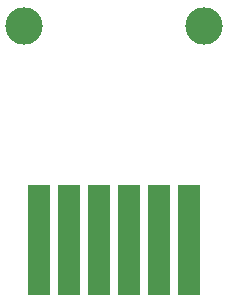
<source format=gbr>
G04 DipTrace 2.4.0.2*
%INBottomMask.gbr*%
%MOIN*%
%ADD22C,0.125*%
%ADD30R,0.073X0.368*%
%FSLAX44Y44*%
G04*
G70*
G90*
G75*
G01*
%LNBotMask*%
%LPD*%
D30*
X2500Y1875D3*
X1500D3*
X500D3*
X-500D3*
X-1500D3*
X-2500D3*
D22*
X-3000Y9000D3*
X3000D3*
M02*

</source>
